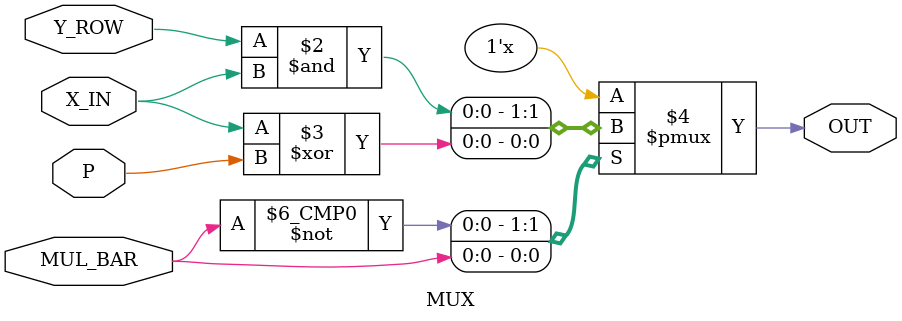
<source format=v>
module MUX(
    input  wire Y_ROW,
    input  wire X_IN,
    input  wire P,
    input  wire MUL_BAR,
    output reg  OUT
);

localparam MUL = 0,
           DIV = 1;

always @(*) begin
    case(MUL_BAR)
        MUL: OUT = Y_ROW & X_IN;
        DIV: OUT = X_IN  ^ P   ; 
    endcase
end

endmodule

</source>
